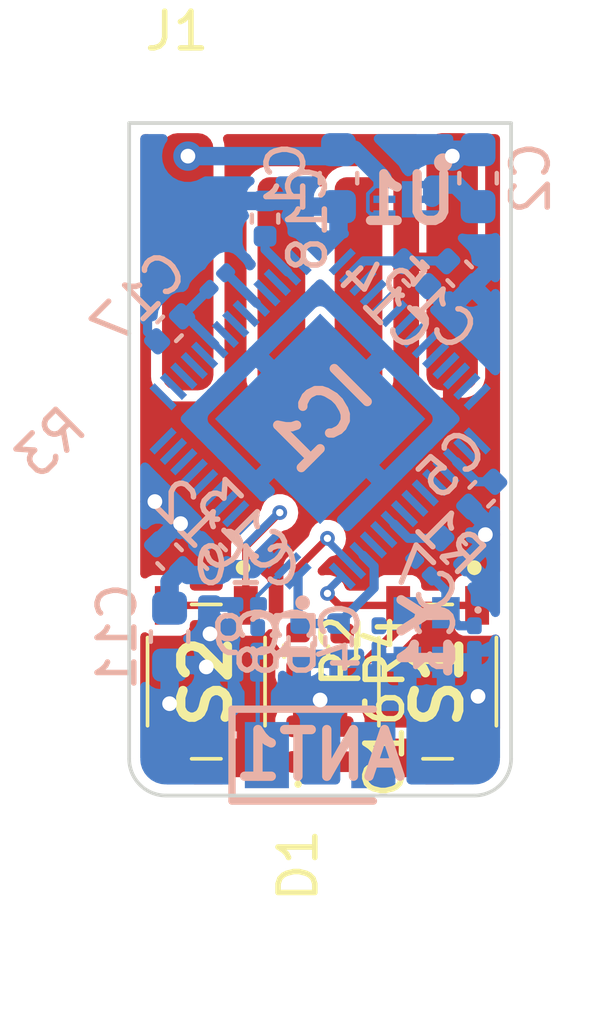
<source format=kicad_pcb>
(kicad_pcb (version 20211014) (generator pcbnew)
  (layers (0 "F.Cu" signal) (1 "In1.Cu" signal) (2 "In2.Cu" signal) (31 "B.Cu" signal) (34 "B.Paste" user) (35 "F.Paste" user) (36 "B.SilkS" user "B.Silkscreen") (37 "F.SilkS" user "F.Silkscreen") (38 "B.Mask" user) (39 "F.Mask" user) (44 "Edge.Cuts" user))
  (net 0 "")
  (net 1 "Net-(ANT1-Pad1)")
  (net 2 "+3V3")
  (net 3 "/LNA_IN")
  (net 4 "/IO0")
  (net 5 "/IO1")
  (net 6 "/IO2")
  (net 7 "/IO3")
  (net 8 "/IO4")
  (net 9 "/IO5")
  (net 10 "/IO6")
  (net 11 "/IO7")
  (net 12 "/IO8")
  (net 13 "/IO9")
  (net 14 "/IO10")
  (net 15 "/IO11")
  (net 16 "/IO12")
  (net 17 "/IO13")
  (net 18 "/IO14")
  (net 19 "/IO15")
  (net 20 "/IO16")
  (net 21 "/IO17")
  (net 22 "/IO18")
  (net 23 "/D-")
  (net 24 "/D+")
  (net 25 "/IO21")
  (net 27 "/VDD_SPI")
  (net 34 "/IO33")
  (net 35 "/IO34")
  (net 36 "/IO35")
  (net 37 "/IO36")
  (net 38 "/IO37")
  (net 39 "/IO38")
  (net 40 "/IO39")
  (net 41 "/IO40")
  (net 42 "/IO41")
  (net 43 "/IO42")
  (net 44 "/IO43")
  (net 45 "/IO44")
  (net 46 "/IO45")
  (net 47 "/IO46")
  (net 48 "/EN")
  (net 49 "GND")
  (net 50 "VBUS")
  (net 52 "Net-(D1-Pad2)")
  (net 53 "/QUARTZ_1")
  (net 54 "/QUARTZ_2")
  (net 55 "/QUARTZ_3")
  (footprint "Component_lib:USB_PCB" (layer "F.Cu") (at 152.995 44.375)
    (fp_text reference "J1" (at -3.895 -13.675 unlocked) (layer "F.SilkS"))
    (fp_text value "USB_A")
    (pad "1" smd roundrect (at -3.6 -7.4) (size 1.4 7) (layers "F.Cu" "F.Paste" "F.Mask") (roundrect_rratio 0.3) (net 50 "VBUS"))
    (pad "2" smd roundrect (at -1.05 -6.8) (size 1.3 5.8) (layers "F.Cu" "F.Paste" "F.Mask") (net 23 "/D-"))
    (pad "3" smd roundrect (at 1.05 -6.8) (size 1.3 5.8) (layers "F.Cu" "F.Paste" "F.Mask") (net 24 "/D+"))
    (pad "4" smd roundrect (at 3.6 -7.4) (size 1.4 7) (layers "F.Cu" "F.Paste" "F.Mask") (roundrect_rratio 0.3) (net 49 "GND"))
  )
  (footprint "Component_lib:SKRPABE010" (layer "F.Cu") (at 156.2 48.4 -90)
    (fp_text reference "S1" (at 0 0 90) (layer "F.SilkS") (effects (font (size 1.27 1.27) (thickness 0.254))))
    (fp_text value "SKRPABE010" hide)
    (fp_line (start -3 -1) (end -3 -1) (layer "F.SilkS") (width 0.1))
    (fp_line (start -2.1 -0.4) (end -2.1 0.4) (layer "F.SilkS") (width 0.1))
    (fp_line (start -3 -1) (end -3 -1) (layer "F.SilkS") (width 0.2))
    (fp_line (start -1.2 1.6) (end 1.2 1.6) (layer "F.SilkS") (width 0.1))
    (fp_line (start -1.2 -1.6) (end 1.2 -1.6) (layer "F.SilkS") (width 0.1))
    (fp_line (start 2.1 -0.4) (end 2.1 0.4) (layer "F.SilkS") (width 0.1))
    (fp_line (start -3.2 -1) (end -3.2 -1) (layer "F.SilkS") (width 0.2))
    (fp_arc (start -3 -1) (mid -3.1 -0.9) (end -3.2 -1) (layer "F.SilkS") (width 0.2))
    (fp_arc (start -3.2 -1) (mid -3.1 -1.1) (end -3 -1) (layer "F.SilkS") (width 0.2))
    (pad "1" smd rect (at -2.075 -1.075) (size 0.65 1.05) (layers "F.Cu" "F.Paste" "F.Mask") (net 48 "/EN"))
    (pad "2" smd rect (at 2.075 -1.075) (size 0.65 1.05) (layers "F.Cu" "F.Paste" "F.Mask") (net 49 "GND"))
    (pad "3" smd rect (at -2.075 1.075) (size 0.65 1.05) (layers "F.Cu" "F.Paste" "F.Mask") (net 48 "/EN"))
    (pad "4" smd rect (at 2.075 1.075) (size 0.65 1.05) (layers "F.Cu" "F.Paste" "F.Mask"))
  )
  (footprint "Resistor_SMD:R_0402_1005Metric" (layer "F.Cu") (at 152.4 47.57 -90)
    (fp_text reference "R2" (at 0 -1.17 -90) (layer "F.SilkS"))
    (fp_text value "2k")
    (fp_line (start -0.153641 0.38) (end 0.153641 0.38) (layer "F.SilkS") (width 0.12))
    (fp_line (start -0.153641 -0.38) (end 0.153641 -0.38) (layer "F.SilkS") (width 0.12))
    (pad "1" smd roundrect (at -0.51 0 270) (size 0.54 0.64) (layers "F.Cu" "F.Paste" "F.Mask") (net 47 "/IO46"))
    (pad "2" smd roundrect (at 0.51 0 270) (size 0.54 0.64) (layers "F.Cu" "F.Paste" "F.Mask") (net 52 "Net-(D1-Pad2)"))
  )
  (footprint "LED_SMD:LED_0402_1005Metric" (layer "F.Cu") (at 152.4 50.1 90)
    (fp_text reference "D1" (at -3.3 0 90) (layer "F.SilkS"))
    (fp_text value "LED")
    (fp_circle (center -1.09 0) (end -1.04 0) (layer "F.SilkS") (width 0.1) (fill none))
    (pad "1" smd roundrect (at -0.485 0 90) (size 0.59 0.64) (layers "F.Cu" "F.Paste" "F.Mask") (net 49 "GND"))
    (pad "2" smd roundrect (at 0.485 0 90) (size 0.59 0.64) (layers "F.Cu" "F.Paste" "F.Mask") (net 52 "Net-(D1-Pad2)"))
  )
  (footprint "Capacitor_SMD:C_0402_1005Metric" (layer "F.Cu") (at 153.6 50.1 -90)
    (fp_text reference "C16" (at 0 -1.16 90) (layer "F.SilkS"))
    (fp_text value "100n")
    (fp_line (start -0.107836 0.36) (end 0.107836 0.36) (layer "F.SilkS") (width 0.12))
    (fp_line (start -0.107836 -0.36) (end 0.107836 -0.36) (layer "F.SilkS") (width 0.12))
    (pad "1" smd roundrect (at -0.48 0 270) (size 0.56 0.62) (layers "F.Cu" "F.Paste" "F.Mask") (net 48 "/EN"))
    (pad "2" smd roundrect (at 0.48 0 270) (size 0.56 0.62) (layers "F.Cu" "F.Paste" "F.Mask") (net 49 "GND"))
  )
  (footprint "Component_lib:SKRPABE010" (layer "F.Cu") (at 149.9 48.4 -90)
    (fp_text reference "S2" (at 0 0 90) (layer "F.SilkS") (effects (font (size 1.27 1.27) (thickness 0.254))))
    (fp_text value "SKRPABE010" hide)
    (fp_line (start 2.1 -0.4) (end 2.1 0.4) (layer "F.SilkS") (width 0.1))
    (fp_line (start -3 -1) (end -3 -1) (layer "F.SilkS") (width 0.2))
    (fp_line (start -1.2 -1.6) (end 1.2 -1.6) (layer "F.SilkS") (width 0.1))
    (fp_line (start -3 -1) (end -3 -1) (layer "F.SilkS") (width 0.1))
    (fp_line (start -1.2 1.6) (end 1.2 1.6) (layer "F.SilkS") (width 0.1))
    (fp_line (start -2.1 -0.4) (end -2.1 0.4) (layer "F.SilkS") (width 0.1))
    (fp_line (start -3.2 -1) (end -3.2 -1) (layer "F.SilkS") (width 0.2))
    (fp_arc (start -3.2 -1) (mid -3.1 -1.1) (end -3 -1) (layer "F.SilkS") (width 0.2))
    (fp_arc (start -3 -1) (mid -3.1 -0.9) (end -3.2 -1) (layer "F.SilkS") (width 0.2))
    (pad "1" smd rect (at -2.075 -1.075) (size 0.65 1.05) (layers "F.Cu" "F.Paste" "F.Mask") (net 4 "/IO0"))
    (pad "2" smd rect (at 2.075 -1.075) (size 0.65 1.05) (layers "F.Cu" "F.Paste" "F.Mask") (net 49 "GND"))
    (pad "3" smd rect (at -2.075 1.075) (size 0.65 1.05) (layers "F.Cu" "F.Paste" "F.Mask") (net 4 "/IO0"))
    (pad "4" smd rect (at 2.075 1.075) (size 0.65 1.05) (layers "F.Cu" "F.Paste" "F.Mask"))
  )
  (footprint "Resistor_SMD:R_0402_1005Metric" (layer "F.Cu") (at 153.6 47.6 -90)
    (fp_text reference "R4" (at 0 -1.17 -90) (layer "F.SilkS"))
    (fp_text value "10k")
    (fp_line (start -0.153641 -0.38) (end 0.153641 -0.38) (layer "F.SilkS") (width 0.12))
    (fp_line (start -0.153641 0.38) (end 0.153641 0.38) (layer "F.SilkS") (width 0.12))
    (pad "1" smd roundrect (at -0.51 0 270) (size 0.54 0.64) (layers "F.Cu" "F.Paste" "F.Mask") (net 2 "+3V3"))
    (pad "2" smd roundrect (at 0.51 0 270) (size 0.54 0.64) (layers "F.Cu" "F.Paste" "F.Mask") (net 48 "/EN"))
  )
  (footprint "Capacitor_SMD:C_0603_1608Metric" (layer "B.Cu") (at 153.5 34.7 -90)
    (fp_text reference "C1" (at 0 1.43 90) (layer "B.SilkS") (effects (justify mirror)))
    (fp_text value "10u")
    (fp_line (start -0.14058 -0.51) (end 0.14058 -0.51) (layer "B.SilkS") (width 0.12))
    (fp_line (start -0.14058 0.51) (end 0.14058 0.51) (layer "B.SilkS") (width 0.12))
    (pad "1" smd roundrect (at -0.775 0 270) (size 0.9 0.95) (layers "B.Cu" "B.Paste" "B.Mask") (net 50 "VBUS"))
    (pad "2" smd roundrect (at 0.775 0 270) (size 0.9 0.95) (layers "B.Cu" "B.Paste" "B.Mask") (net 49 "GND"))
  )
  (footprint "Component_lib:SON40P120X120X60-7N-D" (layer "B.Cu") (at 155.4 35.275 180)
    (fp_text reference "U1" (at 0 0) (layer "B.SilkS") (effects (font (size 1.27 1.27) (thickness 0.254)) (justify mirror)))
    (fp_text value "MIC5528-3.3YMT-T5" hide)
    (fp_circle (center -0.95 1) (end -0.95 0.875) (layer "B.SilkS") (width 0.25) (fill none))
    (pad "1" smd rect locked (at -0.65 0.4 90) (size 0.2 0.6) (layers "B.Cu" "B.Paste" "B.Mask") (net 2 "+3V3"))
    (pad "2" smd rect locked (at -0.65 0 90) (size 0.2 0.6) (layers "B.Cu" "B.Paste" "B.Mask") (net 2 "+3V3"))
    (pad "3" smd rect locked (at -0.65 -0.4 90) (size 0.2 0.6) (layers "B.Cu" "B.Paste" "B.Mask") (net 49 "GND"))
    (pad "4" smd rect locked (at 0.65 -0.4 90) (size 0.2 0.6) (layers "B.Cu" "B.Paste" "B.Mask") (net 50 "VBUS"))
    (pad "5" smd rect locked (at 0.65 0 90) (size 0.2 0.6) (layers "B.Cu" "B.Paste" "B.Mask"))
    (pad "6" smd rect locked (at 0.65 0.4 90) (size 0.2 0.6) (layers "B.Cu" "B.Paste" "B.Mask") (net 50 "VBUS"))
    (pad "7" smd rect locked (at 0 0 180) (size 0.35 0.99) (layers "B.Cu" "B.Paste" "B.Mask") (net 49 "GND"))
  )
  (footprint "Capacitor_SMD:C_0402_1005Metric" (layer "B.Cu") (at 150.1 45 135)
    (fp_text reference "C13" (at 0 1.16 135) (layer "B.SilkS") (effects (justify mirror)))
    (fp_text value "100n")
    (fp_line (start -0.107836 0.36) (end 0.107836 0.36) (layer "B.SilkS") (width 0.12))
    (fp_line (start -0.107836 -0.36) (end 0.107836 -0.36) (layer "B.SilkS") (width 0.12))
    (pad "1" smd roundrect (at -0.48 0 135) (size 0.56 0.62) (layers "B.Cu" "B.Paste" "B.Mask") (net 2 "+3V3"))
    (pad "2" smd roundrect (at 0.48 0 135) (size 0.56 0.62) (layers "B.Cu" "B.Paste" "B.Mask") (net 49 "GND"))
  )
  (footprint "Capacitor_SMD:C_0402_1005Metric" (layer "B.Cu") (at 148.9 38.8 -135)
    (fp_text reference "C17" (at 0 1.16 45) (layer "B.SilkS") (effects (justify mirror)))
    (fp_text value "100n")
    (fp_line (start -0.107836 0.36) (end 0.107836 0.36) (layer "B.SilkS") (width 0.12))
    (fp_line (start -0.107836 -0.36) (end 0.107836 -0.36) (layer "B.SilkS") (width 0.12))
    (pad "1" smd roundrect (at -0.48 0 225) (size 0.56 0.62) (layers "B.Cu" "B.Paste" "B.Mask") (net 2 "+3V3"))
    (pad "2" smd roundrect (at 0.48 0 225) (size 0.56 0.62) (layers "B.Cu" "B.Paste" "B.Mask") (net 49 "GND"))
  )
  (footprint "Resistor_SMD:R_0201_0603Metric" (layer "B.Cu") (at 155.8 45.3 135)
    (fp_text reference "R1" (at 0 1.05 135) (layer "B.SilkS") (effects (justify mirror)))
    (fp_text value "0")
    (pad "1" smd roundrect (at -0.32 0 135) (size 0.46 0.4) (layers "B.Cu" "B.Mask") (net 53 "/QUARTZ_1"))
    (pad "2" smd roundrect (at 0.32 0 135) (size 0.46 0.4) (layers "B.Cu" "B.Mask") (net 55 "/QUARTZ_3"))
  )
  (footprint "Capacitor_SMD:C_0402_1005Metric" (layer "B.Cu") (at 157.4 43.3 -135)
    (fp_text reference "C5" (at 0 1.16 45) (layer "B.SilkS") (effects (justify mirror)))
    (fp_text value "100n")
    (fp_line (start -0.107836 -0.36) (end 0.107836 -0.36) (layer "B.SilkS") (width 0.12))
    (fp_line (start -0.107836 0.36) (end 0.107836 0.36) (layer "B.SilkS") (width 0.12))
    (pad "1" smd roundrect (at -0.48 0 225) (size 0.56 0.62) (layers "B.Cu" "B.Paste" "B.Mask") (net 2 "+3V3"))
    (pad "2" smd roundrect (at 0.48 0 225) (size 0.56 0.62) (layers "B.Cu" "B.Paste" "B.Mask") (net 49 "GND"))
  )
  (footprint "Capacitor_SMD:C_0402_1005Metric" (layer "B.Cu") (at 152.5 47.3 -90)
    (fp_text reference "C8" (at 0 1.16 90) (layer "B.SilkS") (effects (justify mirror)))
    (fp_text value "100n")
    (fp_line (start -0.107836 0.36) (end 0.107836 0.36) (layer "B.SilkS") (width 0.12))
    (fp_line (start -0.107836 -0.36) (end 0.107836 -0.36) (layer "B.SilkS") (width 0.12))
    (pad "1" smd roundrect (at -0.48 0 270) (size 0.56 0.62) (layers "B.Cu" "B.Paste" "B.Mask") (net 2 "+3V3"))
    (pad "2" smd roundrect (at 0.48 0 270) (size 0.56 0.62) (layers "B.Cu" "B.Paste" "B.Mask") (net 49 "GND"))
  )
  (footprint "Capacitor_SMD:C_0201_0603Metric" (layer "B.Cu") (at 154.6 47.2 -90)
    (fp_text reference "C4" (at 0 1.05 90) (layer "B.SilkS") (effects (justify mirror)))
    (fp_text value "15p")
    (pad "1" smd roundrect (at -0.32 0 270) (size 0.46 0.4) (layers "B.Cu" "B.Mask") (net 54 "/QUARTZ_2"))
    (pad "2" smd roundrect (at 0.32 0 270) (size 0.46 0.4) (layers "B.Cu" "B.Mask") (net 49 "GND"))
  )
  (footprint "Capacitor_SMD:C_0603_1608Metric" (layer "B.Cu") (at 157.3 34.7 90)
    (fp_text reference "C2" (at 0 1.43 90) (layer "B.SilkS") (effects (justify mirror)))
    (fp_text value "10u")
    (fp_line (start -0.14058 0.51) (end 0.14058 0.51) (layer "B.SilkS") (width 0.12))
    (fp_line (start -0.14058 -0.51) (end 0.14058 -0.51) (layer "B.SilkS") (width 0.12))
    (pad "1" smd roundrect (at -0.775 0 90) (size 0.9 0.95) (layers "B.Cu" "B.Paste" "B.Mask") (net 2 "+3V3"))
    (pad "2" smd roundrect (at 0.775 0 90) (size 0.9 0.95) (layers "B.Cu" "B.Paste" "B.Mask") (net 49 "GND"))
  )
  (footprint "Capacitor_SMD:C_0201_0603Metric" (layer "B.Cu") (at 151 46.3 180)
    (fp_text reference "C10" (at 0 1.05) (layer "B.SilkS") (effects (justify mirror)))
    (fp_text value "C")
    (pad "1" smd roundrect (at -0.32 0 180) (size 0.46 0.4) (layers "B.Cu" "B.Mask") (net 3 "/LNA_IN"))
    (pad "2" smd roundrect (at 0.32 0 180) (size 0.46 0.4) (layers "B.Cu" "B.Mask") (net 49 "GND"))
  )
  (footprint "Capacitor_SMD:C_0402_1005Metric" (layer "B.Cu") (at 155.6 37.3 -45)
    (fp_text reference "C14" (at 0 1.16 135) (layer "B.SilkS") (effects (justify mirror)))
    (fp_text value "100n")
    (fp_line (start -0.107836 0.36) (end 0.107836 0.36) (layer "B.SilkS") (width 0.12))
    (fp_line (start -0.107836 -0.36) (end 0.107836 -0.36) (layer "B.SilkS") (width 0.12))
    (pad "1" smd roundrect (at -0.48 0 315) (size 0.56 0.62) (layers "B.Cu" "B.Paste" "B.Mask") (net 27 "/VDD_SPI"))
    (pad "2" smd roundrect (at 0.48 0 315) (size 0.56 0.62) (layers "B.Cu" "B.Paste" "B.Mask") (net 49 "GND"))
  )
  (footprint "Capacitor_SMD:C_0201_0603Metric" (layer "B.Cu") (at 151 48.2 180)
    (fp_text reference "C9" (at 0 1.05) (layer "B.SilkS") (effects (justify mirror)))
    (fp_text value "C")
    (pad "1" smd roundrect (at -0.32 0 180) (size 0.46 0.4) (layers "B.Cu" "B.Mask") (net 1 "Net-(ANT1-Pad1)"))
    (pad "2" smd roundrect (at 0.32 0 180) (size 0.46 0.4) (layers "B.Cu" "B.Mask") (net 49 "GND"))
  )
  (footprint "Component_lib:NX2016SA32MEXS00ACS06465" (layer "B.Cu") (at 155.9 47.2 -90)
    (fp_text reference "Y1" (at 0 0 90) (layer "B.SilkS") (effects (font (size 1.27 1.27) (thickness 0.254)) (justify mirror)))
    (fp_text value "40MHz" hide)
    (fp_line (start -0.7 -1.4) (end -0.7 -1.4) (layer "B.SilkS") (width 0.1))
    (fp_line (start -0.8 -1.4) (end -0.8 -1.4) (layer "B.SilkS") (width 0.1))
    (fp_arc (start -0.7 -1.4) (mid -0.75 -1.35) (end -0.8 -1.4) (layer "B.SilkS") (width 0.1))
    (fp_arc (start -0.8 -1.4) (mid -0.75 -1.45) (end -0.7 -1.4) (layer "B.SilkS") (width 0.1))
    (pad "1" smd rect (at -0.675 -0.525 180) (size 0.75 0.85) (layers "B.Cu" "B.Paste" "B.Mask") (net 53 "/QUARTZ_1"))
    (pad "2" smd rect (at 0.675 -0.525 180) (size 0.75 0.85) (layers "B.Cu" "B.Paste" "B.Mask") (net 49 "GND"))
    (pad "3" smd rect (at 0.675 0.525 180) (size 0.75 0.85) (layers "B.Cu" "B.Paste" "B.Mask") (net 49 "GND"))
    (pad "4" smd rect (at -0.675 0.525 180) (size 0.75 0.85) (layers "B.Cu" "B.Paste" "B.Mask") (net 54 "/QUARTZ_2"))
  )
  (footprint "Capacitor_SMD:C_0402_1005Metric" (layer "B.Cu") (at 156.639411 44.839411 -45)
    (fp_text reference "C7" (at 0 1.16 135) (layer "B.SilkS") (effects (justify mirror)))
    (fp_text value "100n")
    (fp_line (start -0.107836 0.36) (end 0.107836 0.36) (layer "B.SilkS") (width 0.12))
    (fp_line (start -0.107836 -0.36) (end 0.107836 -0.36) (layer "B.SilkS") (width 0.12))
    (pad "1" smd roundrect (at -0.48 0 315) (size 0.56 0.62) (layers "B.Cu" "B.Paste" "B.Mask") (net 2 "+3V3"))
    (pad "2" smd roundrect (at 0.48 0 315) (size 0.56 0.62) (layers "B.Cu" "B.Paste" "B.Mask") (net 49 "GND"))
  )
  (footprint "Capacitor_SMD:C_0402_1005Metric" (layer "B.Cu") (at 156.8 37.3 -45)
    (fp_text reference "C15" (at 0 1.16 135) (layer "B.SilkS") (effects (justify mirror)))
    (fp_text value "1u")
    (fp_line (start -0.107836 -0.36) (end 0.107836 -0.36) (layer "B.SilkS") (width 0.12))
    (fp_line (start -0.107836 0.36) (end 0.107836 0.36) (layer "B.SilkS") (width 0.12))
    (pad "1" smd roundrect (at -0.48 0 315) (size 0.56 0.62) (layers "B.Cu" "B.Paste" "B.Mask") (net 27 "/VDD_SPI"))
    (pad "2" smd roundrect (at 0.48 0 315) (size 0.56 0.62) (layers "B.Cu" "B.Paste" "B.Mask") (net 49 "GND"))
  )
  (footprint "Capacitor_SMD:C_0201_0603Metric" (layer "B.Cu") (at 157.2 47.2 -90)
    (fp_text reference "C3" (at 0 1.05 90) (layer "B.SilkS") (effects (justify mirror)))
    (fp_text value "15p")
    (pad "1" smd roundrect (at -0.32 0 270) (size 0.46 0.4) (layers "B.Cu" "B.Mask") (net 53 "/QUARTZ_1"))
    (pad "2" smd roundrect (at 0.32 0 270) (size 0.46 0.4) (layers "B.Cu" "B.Mask") (net 49 "GND"))
  )
  (footprint "Inductor_SMD:L_0201_0603Metric" (layer "B.Cu") (at 151.3 47.25 90)
    (fp_text reference "L1" (at 0 1.05 270) (layer "B.SilkS") (effects (justify mirror)))
    (fp_text value "L")
    (pad "1" smd roundrect (at -0.32 0 90) (size 0.46 0.4) (layers "B.Cu" "B.Mask") (net 1 "Net-(ANT1-Pad1)"))
    (pad "2" smd roundrect (at 0.32 0 90) (size 0.46 0.4) (layers "B.Cu" "B.Mask") (net 3 "/LNA_IN"))
  )
  (footprint "Capacitor_SMD:C_0402_1005Metric" (layer "B.Cu") (at 148.9 45 135)
    (fp_text reference "C12" (at 0 1.16 135) (layer "B.SilkS") (effects (justify mirror)))
    (fp_text value "1u")
    (fp_line (start -0.107836 0.36) (end 0.107836 0.36) (layer "B.SilkS") (width 0.12))
    (fp_line (start -0.107836 -0.36) (end 0.107836 -0.36) (layer "B.SilkS") (width 0.12))
    (pad "1" smd roundrect (at -0.48 0 135) (size 0.56 0.62) (layers "B.Cu" "B.Paste" "B.Mask") (net 2 "+3V3"))
    (pad "2" smd roundrect (at 0.48 0 135) (size 0.56 0.62) (layers "B.Cu" "B.Paste" "B.Mask") (net 49 "GND"))
  )
  (footprint "Capacitor_SMD:C_0402_1005Metric" (layer "B.Cu") (at 153.5 47.3 -90)
    (fp_text reference "C6" (at 0 1.16 90) (layer "B.SilkS") (effects (justify mirror)))
    (fp_text value "100n")
    (fp_line (start -0.107836 -0.36) (end 0.107836 -0.36) (layer "B.SilkS") (width 0.12))
    (fp_line (start -0.107836 0.36) (end 0.107836 0.36) (layer "B.SilkS") (width 0.12))
    (pad "1" smd roundrect (at -0.48 0 270) (size 0.56 0.62) (layers "B.Cu" "B.Paste" "B.Mask") (net 2 "+3V3"))
    (pad "2" smd roundrect (at 0.48 0 270) (size 0.56 0.62) (layers "B.Cu" "B.Paste" "B.Mask") (net 49 "GND"))
  )
  (footprint "Component_lib:ANTC3216X140N" (layer "B.Cu") (at 153 50.4)
    (fp_text reference "ANT1" (at 0 0) (layer "B.SilkS") (effects (font (size 1.27 1.27) (thickness 0.254)) (justify mirror)))
    (fp_text value "2450AT18A100E" hide)
    (fp_line (start -2.4 1.25) (end -2.4 -1.25) (layer "B.SilkS") (width 0.2))
    (fp_line (start -2.4 -1.25) (end 1.45 -1.25) (layer "B.SilkS") (width 0.2))
    (fp_line (start 1.45 1.25) (end -2.4 1.25) (layer "B.SilkS") (width 0.2))
    (pad "1" smd rect (at -1.45 0) (size 1.2 1.8) (layers "B.Cu" "B.Paste" "B.Mask") (net 1 "Net-(ANT1-Pad1)"))
    (pad "2" smd rect (at 1.45 0) (size 1.2 1.8) (layers "B.Cu" "B.Paste" "B.Mask"))
  )
  (footprint "Capacitor_SMD:C_0402_1005Metric" (layer "B.Cu") (at 151.5 35.8 90)
    (fp_text reference "C18" (at 0 1.16 90) (layer "B.SilkS") (effects (justify mirror)))
    (fp_text value "100n")
    (fp_line (start -0.107836 -0.36) (end 0.107836 -0.36) (layer "B.SilkS") (width 0.12))
    (fp_line (start -0.107836 0.36) (end 0.107836 0.36) (layer "B.SilkS") (width 0.12))
    (pad "1" smd roundrect (at -0.48 0 90) (size 0.56 0.62) (layers "B.Cu" "B.Paste" "B.Mask") (net 2 "+3V3"))
    (pad "2" smd roundrect (at 0.48 0 90) (size 0.56 0.62) (layers "B.Cu" "B.Paste" "B.Mask") (net 49 "GND"))
  )
  (footprint "Component_lib:QFN40P700X700X90-57N-D" (layer "B.Cu") (at 153 41.25 45)
    (fp_text reference "IC1" (at 0 0 45) (layer "B.SilkS") (effects (font (size 1.27 1.27) (thickness 0.254)) (justify mirror)))
    (fp_text value "ESP32-S2FH4" hide)
    (fp_circle (center -3.875 3.2) (end -3.875 3.1) (layer "B.SilkS") (width 0.2) (fill none))
    (pad "1" smd rect (at -3.45 2.6 315) (size 0.2 0.85) (layers "B.Cu" "B.Paste" "B.Mask") (net 2 "+3V3"))
    (pad "2" smd rect (at -3.45 2.2 315) (size 0.2 0.85) (layers "B.Cu" "B.Paste" "B.Mask") (net 3 "/LNA_IN"))
    (pad "3" smd rect (at -3.45 1.8 315) (size 0.2 0.85) (layers "B.Cu" "B.Paste" "B.Mask") (net 2 "+3V3"))
    (pad "4" smd rect (at -3.45 1.4 315) (size 0.2 0.85) (layers "B.Cu" "B.Paste" "B.Mask") (net 2 "+3V3"))
    (pad "5" smd rect (at -3.45 1 315) (size 0.2 0.85) (layers "B.Cu" "B.Paste" "B.Mask") (net 4 "/IO0"))
    (pad "6" smd rect (at -3.45 0.6 315) (size 0.2 0.85) (layers "B.Cu" "B.Paste" "B.Mask") (net 5 "/IO1"))
    (pad "7" smd rect (at -3.45 0.2 315) (size 0.2 0.85) (layers "B.Cu" "B.Paste" "B.Mask") (net 6 "/IO2"))
    (pad "8" smd rect (at -3.45 -0.2 315) (size 0.2 0.85) (layers "B.Cu" "B.Paste" "B.Mask") (net 7 "/IO3"))
    (pad "9" smd rect (at -3.45 -0.6 315) (size 0.2 0.85) (layers "B.Cu" "B.Paste" "B.Mask") (net 8 "/IO4"))
    (pad "10" smd rect (at -3.45 -1 315) (size 0.2 0.85) (layers "B.Cu" "B.Paste" "B.Mask") (net 9 "/IO5"))
    (pad "11" smd rect (at -3.45 -1.4 315) (size 0.2 0.85) (layers "B.Cu" "B.Paste" "B.Mask") (net 10 "/IO6"))
    (pad "12" smd rect (at -3.45 -1.8 315) (size 0.2 0.85) (layers "B.Cu" "B.Paste" "B.Mask") (net 11 "/IO7"))
    (pad "13" smd rect (at -3.45 -2.2 315) (size 0.2 0.85) (layers "B.Cu" "B.Paste" "B.Mask") (net 12 "/IO8"))
    (pad "14" smd rect (at -3.45 -2.6 315) (size 0.2 0.85) (layers "B.Cu" "B.Paste" "B.Mask") (net 13 "/IO9"))
    (pad "15" smd rect (at -2.6 -3.45 45) (size 0.2 0.85) (layers "B.Cu" "B.Paste" "B.Mask") (net 14 "/IO10"))
    (pad "16" smd rect (at -2.2 -3.45 45) (size 0.2 0.85) (layers "B.Cu" "B.Paste" "B.Mask") (net 15 "/IO11"))
    (pad "17" smd rect (at -1.8 -3.45 45) (size 0.2 0.85) (layers "B.Cu" "B.Paste" "B.Mask") (net 16 "/IO12"))
    (pad "18" smd rect (at -1.4 -3.45 45) (size 0.2 0.85) (layers "B.Cu" "B.Paste" "B.Mask") (net 17 "/IO13"))
    (pad "19" smd rect (at -1 -3.45 45) (size 0.2 0.85) (layers "B.Cu" "B.Paste" "B.Mask") (net 18 "/IO14"))
    (pad "20" smd rect (at -0.6 -3.45 45) (size 0.2 0.85) (layers "B.Cu" "B.Paste" "B.Mask") (net 2 "+3V3"))
    (pad "21" smd rect (at -0.2 -3.45 45) (size 0.2 0.85) (layers "B.Cu" "B.Paste" "B.Mask") (net 19 "/IO15"))
    (pad "22" smd rect (at 0.2 -3.45 45) (size 0.2 0.85) (layers "B.Cu" "B.Paste" "B.Mask") (net 20 "/IO16"))
    (pad "23" smd rect (at 0.6 -3.45 45) (size 0.2 0.85) (layers "B.Cu" "B.Paste" "B.Mask") (net 21 "/IO17"))
    (pad "24" smd rect (at 1 -3.45 45) (size 0.2 0.85) (layers "B.Cu" "B.Paste" "B.Mask") (net 22 "/IO18"))
    (pad "25" smd rect (at 1.4 -3.45 45) (size 0.2 0.85) (layers "B.Cu" "B.Paste" "B.Mask") (net 23 "/D-"))
    (pad "26" smd rect (at 1.8 -3.45 45) (size 0.2 0.85) (layers "B.Cu" "B.Paste" "B.Mask") (net 24 "/D+"))
    (pad "27" smd rect (at 2.2 -3.45 45) (size 0.2 0.85) (layers "B.Cu" "B.Paste" "B.Mask") (net 2 "+3V3"))
    (pad "28" smd rect (at 2.6 -3.45 45) (size 0.2 0.85) (layers "B.Cu" "B.Paste" "B.Mask") (net 25 "/IO21"))
    (pad "29" smd rect (at 3.45 -2.6 315) (size 0.2 0.85) (layers "B.Cu" "B.Paste" "B.Mask"))
    (pad "30" smd rect (at 3.45 -2.2 315) (size 0.2 0.85) (layers "B.Cu" "B.Paste" "B.Mask") (net 27 "/VDD_SPI"))
    (pad "31" smd rect (at 3.45 -1.8 315) (size 0.2 0.85) (layers "B.Cu" "B.Paste" "B.Mask"))
    (pad "32" smd rect (at 3.45 -1.4 315) (size 0.2 0.85) (layers "B.Cu" "B.Paste" "B.Mask"))
    (pad "33" smd rect (at 3.45 -1 315) (size 0.2 0.85) (layers "B.Cu" "B.Paste" "B.Mask"))
    (pad "34" smd rect (at 3.45 -0.6 315) (size 0.2 0.85) (layers "B.Cu" "B.Paste" "B.Mask"))
    (pad "35" smd rect (at 3.45 -0.2 315) (size 0.2 0.85) (layers "B.Cu" "B.Paste" "B.Mask"))
    (pad "36" smd rect (at 3.45 0.2 315) (size 0.2 0.85) (layers "B.Cu" "B.Paste" "B.Mask"))
    (pad "37" smd rect (at 3.45 0.6 315) (size 0.2 0.85) (layers "B.Cu" "B.Paste" "B.Mask") (net 34 "/IO33"))
    (pad "38" smd rect (at 3.45 1 315) (size 0.2 0.85) (layers "B.Cu" "B.Paste" "B.Mask") (net 35 "/IO34"))
    (pad "39" smd rect (at 3.45 1.4 315) (size 0.2 0.85) (layers "B.Cu" "B.Paste" "B.Mask") (net 36 "/IO35"))
    (pad "40" smd rect (at 3.45 1.8 315) (size 0.2 0.85) (layers "B.Cu" "B.Paste" "B.Mask") (net 37 "/IO36"))
    (pad "41" smd rect (at 3.45 2.2 315) (size 0.2 0.85) (layers "B.Cu" "B.Paste" "B.Mask") (net 38 "/IO37"))
    (pad "42" smd rect (at 3.45 2.6 315) (size 0.2 0.85) (layers "B.Cu" "B.Paste" "B.Mask") (net 39 "/IO38"))
    (pad "43" smd rect (at 2.6 3.45 45) (size 0.2 0.85) (layers "B.Cu" "B.Paste" "B.Mask") (net 40 "/IO39"))
    (pad "44" smd rect (at 2.2 3.45 45) (size 0.2 0.85) (layers "B.Cu" "B.Paste" "B.Mask") (net 41 "/IO40"))
    (pad "45" smd rect (at 1.8 3.45 45) (size 0.2 0.85) (layers "B.Cu" "B.Paste" "B.Mask") (net 2 "+3V3"))
    (pad "46" smd rect (at 1.4 3.45 45) (size 0.2 0.85) (layers "B.Cu" "B.Paste" "B.Mask") (net 42 "/IO41"))
    (pad "47" smd rect (at 1 3.45 45) (size 0.2 0.85) (layers "B.Cu" "B.Paste" "B.Mask") (net 43 "/IO42"))
    (pad "48" smd rect (at 0.6 3.45 45) (size 0.2 0.85) (layers "B.Cu" "B.Paste" "B.Mask") (net 44 "/IO43"))
    (pad "49" smd rect (at 0.2 3.45 45) (size 0.2 0.85) (layers "B.Cu" "B.Paste" "B.Mask") (net 45 "/IO44"))
    (pad "50" smd rect (at -0.2 3.45 45) (size 0.2 0.85) (layers "B.Cu" "B.Paste" "B.Mask") (net 46 "/IO45"))
    (pad "51" smd rect (at -0.6 3.45 45) (size 0.2 0.85) (layers "B.Cu" "B.Paste" "B.Mask") (net 2 "+3V3"))
    (pad "52" smd rect (at -1 3.45 45) (size 0.2 0.85) (layers "B.Cu" "B.Paste" "B.Mask") (net 54 "/QUARTZ_2"))
    (pad "53" smd rect (at -1.4 3.45 45) (size 0.2 0.85) (layers "B.Cu" "B.Paste" "B.Mask") (net 55 "/QUARTZ_3"))
    (pad "54" smd rect (at -1.8 3.45 45) (size 0.2 0.85) (layers "B.Cu" "B.Paste" "B.Mask") (net 2 "+3V3"))
    (pad "55" smd rect (at -2.2 3.45 45) (size 0.2 0.85) (layers "B.Cu" "B.Paste" "B.Mask") (net 47 "/IO46"))
    (pad "56" smd rect (at -2.6 3.45 45) (size 0.2 0.85) (layers "B.Cu" "B.Paste" "B.Mask") (net 48 "/EN"))
    (pad "57" smd rect (at 0 0 45) (size 4.05 4.05) (layers "B.Cu" "B.Paste" "B.Mask") (net 49 "GND"))
  )
  (footprint "Capacitor_SMD:C_0603_1608Metric" (layer "B.Cu") (at 148.9 47.175 -90)
    (fp_text reference "C11" (at 0 1.43 90) (layer "B.SilkS") (effects (justify mirror)))
    (fp_text value "10u")
    (fp_line (start -0.14058 -0.51) (end 0.14058 -0.51) (layer "B.SilkS") (width 0.12))
    (fp_line (start -0.14058 0.51) (end 0.14058 0.51) (layer "B.SilkS") (width 0.12))
    (pad "1" smd roundrect (at -0.775 0 270) (size 0.9 0.95) (layers "B.Cu" "B.Paste" "B.Mask") (net 2 "+3V3"))
    (pad "2" smd roundrect (at 0.775 0 270) (size 0.9 0.95) (layers "B.Cu" "B.Paste" "B.Mask") (net 49 "GND"))
  )
  (footprint "Resistor_SMD:R_0201_0603Metric" (layer "B.Cu") (at 150.2 37.5 45)
    (fp_text reference "R3" (at -6.32 -0.1 45) (layer "B.SilkS") (effects (justify mirror)))
    (fp_text value "10k")
    (pad "1" smd roundrect (at -0.32 0 45) (size 0.46 0.4) (layers "B.Cu" "B.Mask") (net 2 "+3V3"))
    (pad "2" smd roundrect (at 0.32 0 45) (size 0.46 0.4) (layers "B.Cu" "B.Mask") (net 22 "/IO18"))
  )
  (gr_line (start 158.2 50.5) (end 158.2 33.2) (layer "Edge.Cuts") (width 0.1))
  (gr_line (start 158.2 33.2) (end 147.8 33.2) (layer "Edge.Cuts") (width 0.1))
  (gr_line (start 148.8 51.5) (end 157.2 51.5) (layer "Edge.Cuts") (width 0.1))
  (gr_line (start 147.8 33.2) (end 147.8 50.5) (layer "Edge.Cuts") (width 0.1))
  (gr_arc (start 148.8 51.5) (mid 148.092893 51.207107) (end 147.8 50.5) (layer "Edge.Cuts") (width 0.1))
  (gr_arc (start 158.2 50.5) (mid 157.907107 51.207107) (end 157.2 51.5) (layer "Edge.Cuts") (width 0.1))
  (segment (start 151.3 47.57) (end 151.3 50.15) (width 0.115) (layer "B.Cu") (net 1))
  (segment (start 151.3 50.15) (end 151.55 50.4) (width 0.115) (layer "B.Cu") (net 1))
  (segment (start 154.470114 45.849886) (end 154.470114 45.265699) (width 0.25) (layer "B.Cu") (net 2))
  (segment (start 155.401472 44.5) (end 155.015254 44.113782) (width 0.25) (layer "B.Cu") (net 2))
  (segment (start 151.160589 45.339411) (end 151.5 45) (width 0.5) (layer "B.Cu") (net 2))
  (segment (start 149.239411 45.339411) (end 149.4 45.5) (width 0.5) (layer "B.Cu") (net 2))
  (segment (start 149.362061 38.460589) (end 150.136218 39.234746) (width 0.25) (layer "B.Cu") (net 2))
  (segment (start 148.9 45.678822) (end 149.239411 45.339411) (width 0.5) (layer "B.Cu") (net 2))
  (segment (start 149.239411 38.460589) (end 149.362061 38.460589) (width 0.25) (layer "B.Cu") (net 2))
  (segment (start 152.398959 45.527996) (end 152.398959 46.718959) (width 0.25) (layer "B.Cu") (net 2))
  (segment (start 157.739411 42.960589) (end 157.256174 42.960589) (width 0.25) (layer "B.Cu") (net 2))
  (segment (start 154.470114 45.265699) (end 154.166726 44.962311) (width 0.25) (layer "B.Cu") (net 2))
  (segment (start 152.398959 46.718959) (end 152.5 46.82) (width 0.25) (layer "B.Cu") (net 2))
  (segment (start 151.5 36.28) (end 151.5 36.63873) (width 0.25) (layer "B.Cu") (net 2))
  (segment (start 156.3 44.5) (end 155.401472 44.5) (width 0.25) (layer "B.Cu") (net 2))
  (segment (start 156.05 34.875) (end 156.7 34.875) (width 0.5) (layer "B.Cu") (net 2))
  (segment (start 149.4 45.5) (end 150.278822 45.5) (width 0.5) (layer "B.Cu") (net 2))
  (segment (start 150.278822 45.5) (end 150.439411 45.339411) (width 0.5) (layer "B.Cu") (net 2))
  (segment (start 153.7 46.82) (end 153.7 46.8) (width 0.09) (layer "B.Cu") (net 2))
  (segment (start 152.5 46.82) (end 153.5 46.82) (width 0.25) (layer "B.Cu") (net 2))
  (segment (start 153.5 46.82) (end 154.470114 45.849886) (width 0.25) (layer "B.Cu") (net 2))
  (segment (start 151.5 36.63873) (end 152.116117 37.254847) (width 0.25) (layer "B.Cu") (net 2))
  (segment (start 156.7 34.875) (end 157.3 35.475) (width 0.5) (layer "B.Cu") (net 2))
  (segment (start 150.439411 45.339411) (end 151.160589 45.339411) (width 0.5) (layer "B.Cu") (net 2))
  (segment (start 157.256174 42.960589) (end 156.712311 42.416726) (width 0.25) (layer "B.Cu") (net 2))
  (segment (start 156.05 34.875) (end 156.05 35.235) (width 0.5) (layer "B.Cu") (net 2))
  (segment (start 149.973726 37.726274) (end 149.239411 38.460589) (width 0.25) (layer "B.Cu") (net 2))
  (segment (start 148.9 46.4) (end 148.9 45.678822) (width 0.5) (layer "B.Cu") (net 2))
  (segment (start 152.116117 45.245153) (end 151.3 46.06127) (width 0.115) (layer "B.Cu") (net 3))
  (segment (start 151.3 46.06127) (end 151.3 46.93) (width 0.115) (layer "B.Cu") (net 3))
  (segment (start 150.975 44.725) (end 151.9 43.8) (width 0.2) (layer "F.Cu") (net 4))
  (segment (start 150.975 46.325) (end 150.975 44.725) (width 0.2) (layer "F.Cu") (net 4))
  (segment (start 148.825 46.325) (end 150.975 46.325) (width 0.2) (layer "F.Cu") (net 4))
  (via (at 151.9 43.8) (size 0.4) (drill 0.2) (layers "F.Cu" "B.Cu") (net 4))
  (segment (start 151.9 43.8) (end 151.864213 43.8) (width 0.2) (layer "B.Cu") (net 4))
  (segment (start 151.864213 43.8) (end 151.267588 44.396625) (width 0.2) (layer "B.Cu") (net 4))
  (segment (start 150.437939 37.273726) (end 151.267588 38.103375) (width 0.25) (layer "B.Cu") (net 22))
  (segment (start 150.426274 37.273726) (end 150.437939 37.273726) (width 0.25) (layer "B.Cu") (net 22))
  (segment (start 154.187272 36.951458) (end 156.451458 36.951458) (width 0.25) (layer "B.Cu") (net 27))
  (segment (start 156.460589 36.960589) (end 156.440208 36.940208) (width 0.5) (layer "B.Cu") (net 27))
  (segment (start 155.28097 36.940208) (end 155.260589 36.960589) (width 0.5) (layer "B.Cu") (net 27))
  (segment (start 156.451458 36.951458) (end 156.460589 36.960589) (width 0.25) (layer "B.Cu") (net 27))
  (segment (start 153.883883 37.254847) (end 154.187272 36.951458) (width 0.25) (layer "B.Cu") (net 27))
  (segment (start 152.4 45.3) (end 153.2 44.5) (width 0.2) (layer "F.Cu") (net 47))
  (segment (start 152.4 47.06) (end 152.4 45.3) (width 0.2) (layer "F.Cu") (net 47))
  (via (at 153.2 44.5) (size 0.4) (drill 0.2) (layers "F.Cu" "B.Cu") (net 47))
  (segment (start 153.2 44.5) (end 153.2 44.56127) (width 0.2) (layer "B.Cu") (net 47))
  (segment (start 153.2 44.56127) (end 153.883883 45.245153) (width 0.2) (layer "B.Cu") (net 47))
  (segment (start 155.125 46.325) (end 153.525 46.325) (width 0.2) (layer "F.Cu") (net 48))
  (segment (start 155.125 46.975) (end 155.125 46.325) (width 0.25) (layer "F.Cu") (net 48))
  (segment (start 153.6 48.11) (end 153.99 48.11) (width 0.25) (layer "F.Cu") (net 48))
  (segment (start 153.525 46.325) (end 153.2 46) (width 0.2) (layer "F.Cu") (net 48))
  (segment (start 153.615 49.605) (end 153.615 48.125) (width 0.25) (layer "F.Cu") (net 48))
  (segment (start 153.6 49.62) (end 153.615 49.605) (width 0.25) (layer "F.Cu") (net 48))
  (segment (start 155.125 46.325) (end 157.275 46.325) (width 0.2) (layer "F.Cu") (net 48))
  (segment (start 153.615 48.125) (end 153.6 48.11) (width 0.25) (layer "F.Cu") (net 48))
  (segment (start 153.99 48.11) (end 155.125 46.975) (width 0.25) (layer "F.Cu") (net 48))
  (via (at 153.2 46) (size 0.4) (drill 0.2) (layers "F.Cu" "B.Cu") (net 48))
  (segment (start 153.2 45.929037) (end 153.601041 45.527996) (width 0.2) (layer "B.Cu") (net 48))
  (segment (start 153.2 46) (end 153.2 45.929037) (width 0.2) (layer "B.Cu") (net 48))
  (via (at 156.6 34.1) (size 0.8) (drill 0.4) (layers "F.Cu" "B.Cu") (net 49))
  (via (at 157.3 48.8) (size 0.8) (drill 0.4) (layers "F.Cu" "B.Cu") (net 49))
  (via (at 148.5 43.5) (size 0.8) (drill 0.4) (layers "F.Cu" "B.Cu") (net 49))
  (via (at 153 48.9) (size 0.8) (drill 0.4) (layers "F.Cu" "B.Cu") (net 49))
  (via (at 149.9 48) (size 0.8) (drill 0.4) (layers "F.Cu" "B.Cu") (net 49))
  (via (at 148.9 49) (size 0.8) (drill 0.4) (layers "F.Cu" "B.Cu") (net 49))
  (via (at 150 47.1) (size 0.8) (drill 0.4) (layers "F.Cu" "B.Cu") (net 49))
  (via (at 149.2 44.1) (size 0.8) (drill 0.4) (layers "F.Cu" "B.Cu") (net 49))
  (via (at 157.5 44.4) (size 0.8) (drill 0.4) (layers "F.Cu" "B.Cu") (net 49))
  (segment (start 148.3 38.878822) (end 148.3 38.6) (width 0.25) (layer "B.Cu") (net 49))
  (segment (start 157.125 34.1) (end 157.3 33.925) (width 0.5) (layer "B.Cu") (net 49))
  (segment (start 156.6 34.1) (end 157.125 34.1) (width 0.5) (layer "B.Cu") (net 49))
  (segment (start 148.560589 39.139411) (end 148.3 38.878822) (width 0.25) (layer "B.Cu") (net 49))
  (via (at 149.4 34.1) (size 0.8) (drill 0.4) (layers "F.Cu" "B.Cu") (net 50))
  (segment (start 149.4 34.1) (end 153.325 34.1) (width 0.5) (layer "B.Cu") (net 50))
  (segment (start 154.3 35.125) (end 154.55 34.875) (width 0.1) (layer "B.Cu") (net 50))
  (segment (start 154.55 34.875) (end 154.75 34.875) (width 0.1) (layer "B.Cu") (net 50))
  (segment (start 153.925 33.925) (end 154.7 34.7) (width 0.5) (layer "B.Cu") (net 50))
  (segment (start 153.5 33.925) (end 153.925 33.925) (width 0.5) (layer "B.Cu") (net 50))
  (segment (start 154.3 35.6) (end 154.3 35.125) (width 0.1) (layer "B.Cu") (net 50))
  (segment (start 154.75 35.675) (end 154.375 35.675) (width 0.1) (layer "B.Cu") (net 50))
  (segment (start 153.325 34.1) (end 153.5 33.925) (width 0.5) (layer "B.Cu") (net 50))
  (segment (start 154.375 35.675) (end 154.3 35.6) (width 0.1) (layer "B.Cu") (net 50))
  (segment (start 152.4 48.08) (end 152.385 48.095) (width 0.25) (layer "F.Cu") (net 52))
  (segment (start 152.385 48.095) (end 152.385 49.6) (width 0.25) (layer "F.Cu") (net 52))
  (segment (start 152.385 49.6) (end 152.4 49.615) (width 0.25) (layer "F.Cu") (net 52))
  (segment (start 156.425 46.525) (end 156.425 45.925) (width 0.25) (layer "B.Cu") (net 53))
  (segment (start 157.2 46.88) (end 156.78 46.88) (width 0.25) (layer "B.Cu") (net 53))
  (segment (start 156.425 45.925) (end 156.026274 45.526274) (width 0.25) (layer "B.Cu") (net 53))
  (segment (start 156.78 46.88) (end 156.425 46.525) (width 0.25) (layer "B.Cu") (net 53))
  (segment (start 154.6 46.88) (end 155.02 46.88) (width 0.25) (layer "B.Cu") (net 54))
  (segment (start 155.02 46.88) (end 155.375 46.525) (width 0.25) (layer "B.Cu") (net 54))
  (zone (net 49) (net_name "GND") (layers "F.Cu" "In1.Cu" "In2.Cu" "B.Cu") (connect_pads (clearance 0.3)) (min_thickness 0.254) (fill yes (thermal_gap 0.2) (thermal_bridge_width 0.5))
    (polygon (pts (xy 159 51.7) (xy 147 51.7) (xy 147 32.4) (xy 159 32.4)))
  )
)
</source>
